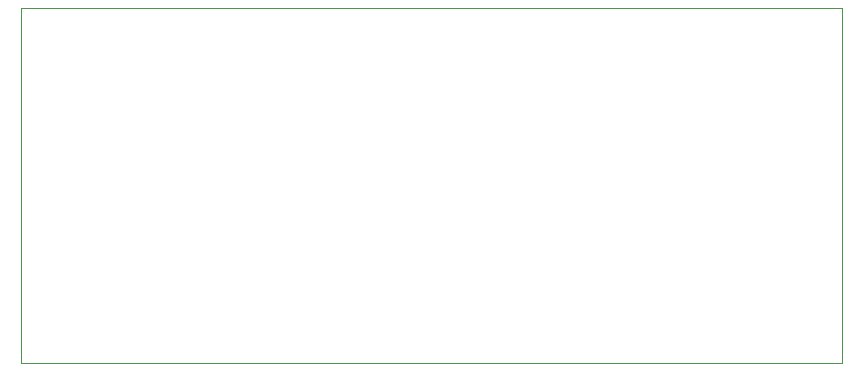
<source format=gbr>
%TF.GenerationSoftware,KiCad,Pcbnew,9.0.2*%
%TF.CreationDate,2025-10-23T03:25:40+03:00*%
%TF.ProjectId,stlinkv2,73746c69-6e6b-4763-922e-6b696361645f,rev?*%
%TF.SameCoordinates,Original*%
%TF.FileFunction,Legend,Bot*%
%TF.FilePolarity,Positive*%
%FSLAX46Y46*%
G04 Gerber Fmt 4.6, Leading zero omitted, Abs format (unit mm)*
G04 Created by KiCad (PCBNEW 9.0.2) date 2025-10-23 03:25:40*
%MOMM*%
%LPD*%
G01*
G04 APERTURE LIST*
%TA.AperFunction,Profile*%
%ADD10C,0.050000*%
%TD*%
G04 APERTURE END LIST*
D10*
X51000000Y-19000000D02*
X120500000Y-19000000D01*
X120500000Y-49000000D01*
X51000000Y-49000000D01*
X51000000Y-19000000D01*
M02*

</source>
